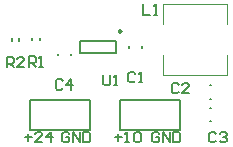
<source format=gto>
G04*
G04 #@! TF.GenerationSoftware,Altium Limited,Altium Designer,20.1.11 (218)*
G04*
G04 Layer_Color=65535*
%FSLAX25Y25*%
%MOIN*%
G70*
G04*
G04 #@! TF.SameCoordinates,C9C85AA1-B7DD-4DF0-B8BE-03BB3BD61301*
G04*
G04*
G04 #@! TF.FilePolarity,Positive*
G04*
G01*
G75*
%ADD10C,0.00984*%
%ADD11C,0.00787*%
%ADD12C,0.00394*%
%ADD13C,0.00700*%
D10*
X142776Y177913D02*
X142037Y178340D01*
Y177487D01*
X142776Y177913D01*
D11*
X112500Y155000D02*
X132500D01*
X112500Y145000D02*
Y155000D01*
Y145000D02*
X132500D01*
Y155000D01*
X142500Y145000D02*
X162500D01*
Y155000D01*
X142500D02*
X162500D01*
X142500Y145000D02*
Y155000D01*
X141102Y170531D02*
Y174469D01*
X128898Y170531D02*
Y174469D01*
X141102D01*
X128898Y170531D02*
X141102D01*
X106220Y174606D02*
Y175394D01*
X108780Y174606D02*
Y175394D01*
X113009Y174706D02*
Y175494D01*
X115568Y174706D02*
Y175494D01*
X172303Y152264D02*
X172697D01*
X172303Y147736D02*
X172697D01*
X172303Y159764D02*
X172697D01*
X172303Y155236D02*
X172697D01*
X149764Y172303D02*
Y172697D01*
X145236Y172303D02*
Y172697D01*
X121552Y169760D02*
Y170154D01*
X126080Y169760D02*
Y170154D01*
D12*
X178130Y163189D02*
Y169882D01*
X156870Y163189D02*
X178130D01*
X156870D02*
Y169882D01*
Y180118D02*
Y186811D01*
X178130Y180118D02*
Y186811D01*
X156870D02*
X178130D01*
D13*
X110700Y142449D02*
X113033D01*
X111866Y143616D02*
Y141283D01*
X116531Y140700D02*
X114199D01*
X116531Y143033D01*
Y143616D01*
X115948Y144199D01*
X114782D01*
X114199Y143616D01*
X119447Y140700D02*
Y144199D01*
X117698Y142449D01*
X120030D01*
X125533Y143616D02*
X124949Y144199D01*
X123783D01*
X123200Y143616D01*
Y141283D01*
X123783Y140700D01*
X124949D01*
X125533Y141283D01*
Y142449D01*
X124366D01*
X126699Y140700D02*
Y144199D01*
X129031Y140700D01*
Y144199D01*
X130198D02*
Y140700D01*
X131947D01*
X132530Y141283D01*
Y143616D01*
X131947Y144199D01*
X130198D01*
X155533Y143616D02*
X154949Y144199D01*
X153783D01*
X153200Y143616D01*
Y141283D01*
X153783Y140700D01*
X154949D01*
X155533Y141283D01*
Y142449D01*
X154366D01*
X156699Y140700D02*
Y144199D01*
X159031Y140700D01*
Y144199D01*
X160198D02*
Y140700D01*
X161947D01*
X162530Y141283D01*
Y143616D01*
X161947Y144199D01*
X160198D01*
X140700Y142449D02*
X143033D01*
X141866Y143616D02*
Y141283D01*
X144199Y140700D02*
X145365D01*
X144782D01*
Y144199D01*
X144199Y143616D01*
X147115D02*
X147698Y144199D01*
X148864D01*
X149447Y143616D01*
Y141283D01*
X148864Y140700D01*
X147698D01*
X147115Y141283D01*
Y143616D01*
X150167Y186749D02*
Y183251D01*
X152500D01*
X153666D02*
X154833D01*
X154249D01*
Y186749D01*
X153666Y186166D01*
X136818Y163186D02*
Y160271D01*
X137401Y159688D01*
X138567D01*
X139150Y160271D01*
Y163186D01*
X140316Y159688D02*
X141483D01*
X140900D01*
Y163186D01*
X140316Y162603D01*
X104584Y165751D02*
Y169249D01*
X106334D01*
X106917Y168666D01*
Y167500D01*
X106334Y166917D01*
X104584D01*
X105751D02*
X106917Y165751D01*
X110416D02*
X108083D01*
X110416Y168083D01*
Y168666D01*
X109833Y169249D01*
X108666D01*
X108083Y168666D01*
X111956Y165851D02*
Y169350D01*
X113705D01*
X114288Y168766D01*
Y167600D01*
X113705Y167017D01*
X111956D01*
X113122D02*
X114288Y165851D01*
X115454D02*
X116621D01*
X116038D01*
Y169350D01*
X115454Y168766D01*
X123233Y161123D02*
X122650Y161706D01*
X121484D01*
X120900Y161123D01*
Y158791D01*
X121484Y158207D01*
X122650D01*
X123233Y158791D01*
X126149Y158207D02*
Y161706D01*
X124399Y159957D01*
X126732D01*
X174417Y143666D02*
X173834Y144249D01*
X172667D01*
X172084Y143666D01*
Y141334D01*
X172667Y140751D01*
X173834D01*
X174417Y141334D01*
X175583Y143666D02*
X176166Y144249D01*
X177333D01*
X177916Y143666D01*
Y143083D01*
X177333Y142500D01*
X176749D01*
X177333D01*
X177916Y141917D01*
Y141334D01*
X177333Y140751D01*
X176166D01*
X175583Y141334D01*
X161931Y159945D02*
X161347Y160529D01*
X160181D01*
X159598Y159945D01*
Y157613D01*
X160181Y157030D01*
X161347D01*
X161931Y157613D01*
X165429Y157030D02*
X163097D01*
X165429Y159362D01*
Y159945D01*
X164846Y160529D01*
X163680D01*
X163097Y159945D01*
X147500Y163666D02*
X146917Y164249D01*
X145751D01*
X145167Y163666D01*
Y161334D01*
X145751Y160751D01*
X146917D01*
X147500Y161334D01*
X148666Y160751D02*
X149833D01*
X149249D01*
Y164249D01*
X148666Y163666D01*
M02*

</source>
